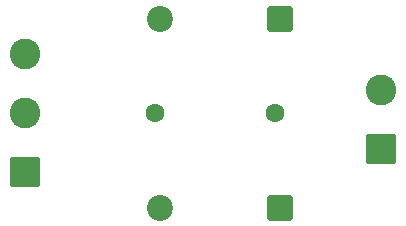
<source format=gbr>
%TF.GenerationSoftware,KiCad,Pcbnew,9.0.2*%
%TF.CreationDate,2025-06-05T14:58:04+05:30*%
%TF.ProjectId,fullwave rectifier,66756c6c-7761-4766-9520-726563746966,v1*%
%TF.SameCoordinates,Original*%
%TF.FileFunction,Soldermask,Bot*%
%TF.FilePolarity,Negative*%
%FSLAX46Y46*%
G04 Gerber Fmt 4.6, Leading zero omitted, Abs format (unit mm)*
G04 Created by KiCad (PCBNEW 9.0.2) date 2025-06-05 14:58:04*
%MOMM*%
%LPD*%
G01*
G04 APERTURE LIST*
G04 Aperture macros list*
%AMRoundRect*
0 Rectangle with rounded corners*
0 $1 Rounding radius*
0 $2 $3 $4 $5 $6 $7 $8 $9 X,Y pos of 4 corners*
0 Add a 4 corners polygon primitive as box body*
4,1,4,$2,$3,$4,$5,$6,$7,$8,$9,$2,$3,0*
0 Add four circle primitives for the rounded corners*
1,1,$1+$1,$2,$3*
1,1,$1+$1,$4,$5*
1,1,$1+$1,$6,$7*
1,1,$1+$1,$8,$9*
0 Add four rect primitives between the rounded corners*
20,1,$1+$1,$2,$3,$4,$5,0*
20,1,$1+$1,$4,$5,$6,$7,0*
20,1,$1+$1,$6,$7,$8,$9,0*
20,1,$1+$1,$8,$9,$2,$3,0*%
G04 Aperture macros list end*
%ADD10RoundRect,0.250000X1.050000X-1.050000X1.050000X1.050000X-1.050000X1.050000X-1.050000X-1.050000X0*%
%ADD11C,2.600000*%
%ADD12RoundRect,0.249999X0.850001X0.850001X-0.850001X0.850001X-0.850001X-0.850001X0.850001X-0.850001X0*%
%ADD13C,2.200000*%
%ADD14C,1.600000*%
G04 APERTURE END LIST*
D10*
%TO.C,J2*%
X220000000Y-148500000D03*
D11*
X220000000Y-143500000D03*
%TD*%
D12*
%TO.C,D1*%
X211407500Y-137500000D03*
D13*
X201247500Y-137500000D03*
%TD*%
D10*
%TO.C,J1*%
X189827500Y-150500000D03*
D11*
X189827500Y-145500000D03*
X189827500Y-140500000D03*
%TD*%
D12*
%TO.C,D2*%
X211407500Y-153500000D03*
D13*
X201247500Y-153500000D03*
%TD*%
D14*
%TO.C,R1*%
X200827500Y-145500000D03*
X210987500Y-145500000D03*
%TD*%
M02*

</source>
